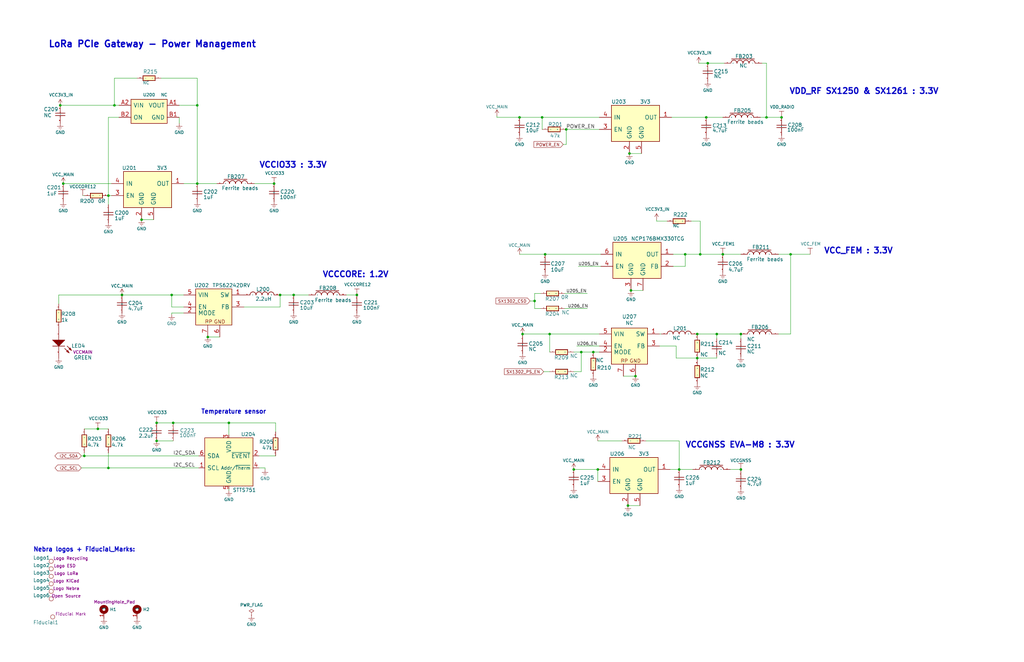
<source format=kicad_sch>
(kicad_sch (version 20230121) (generator eeschema)
  (paper "B")
  (title_block (title "LoRa PCIe Gateway Power") (date "2021-04-13") (rev "1.1") (company "Nebra Ltd") (comment 1 "Power Management Schematic Part"))
  (junction (at 66.04 178.435))
  (junction (at 245.11 148.59))
  (junction (at 83.185 44.45))
  (junction (at 333.375 107.315))
  (junction (at 250.19 148.59))
  (junction (at 294.005 151.13))
  (junction (at 288.925 107.315))
  (junction (at 295.275 107.315))
  (junction (at 66.04 186.055))
  (junction (at 73.025 178.435))
  (junction (at 302.26 140.97))
  (junction (at 297.815 49.53))
  (junction (at 266.065 122.555))
  (junction (at 83.185 77.47))
  (junction (at 286.385 198.12))
  (junction (at 45.72 82.55))
  (junction (at 238.76 54.61))
  (junction (at 241.935 198.12))
  (junction (at 252.095 198.12))
  (junction (at 225.425 127))
  (junction (at 323.215 49.53))
  (junction (at 35.56 192.405))
  (junction (at 41.275 180.975))
  (junction (at 264.795 213.36))
  (junction (at 312.42 198.12))
  (junction (at 219.075 49.53))
  (junction (at 231.775 140.97))
  (junction (at 45.72 197.485))
  (junction (at 267.97 158.75))
  (junction (at 123.825 124.46))
  (junction (at 228.6 49.53))
  (junction (at 115.57 77.47))
  (junction (at 51.435 124.46))
  (junction (at 118.11 124.46))
  (junction (at 312.42 140.97))
  (junction (at 48.26 44.45))
  (junction (at 72.39 124.46))
  (junction (at 294.005 140.97))
  (junction (at 59.69 92.71))
  (junction (at 150.495 124.46))
  (junction (at 229.87 107.315))
  (junction (at 26.67 77.47))
  (junction (at 265.43 64.77))
  (junction (at 25.4 44.45))
  (junction (at 96.52 178.435))
  (junction (at 329.565 49.53))
  (junction (at 220.345 140.97))
  (junction (at 87.63 142.24))
  (junction (at 298.45 26.67))
  (junction (at 304.8 107.315))
  (wire (pts (xy 75.565 49.53) (xy 75.565 52.07)))
  (wire (pts (xy 66.04 178.435) (xy 73.025 178.435)))
  (wire (pts (xy 252.095 203.2) (xy 252.095 198.12)))
  (wire (pts (xy 333.375 140.97) (xy 333.375 107.315)))
  (wire (pts (xy 250.19 148.59) (xy 252.73 148.59)))
  (wire (pts (xy 302.26 140.97) (xy 312.42 140.97)))
  (wire (pts (xy 231.775 148.59) (xy 231.775 140.97)))
  (wire (pts (xy 225.425 123.825) (xy 227.965 123.825)))
  (wire (pts (xy 323.215 49.53) (xy 329.565 49.53)))
  (wire (pts (xy 270.51 64.77) (xy 265.43 64.77)))
  (wire (pts (xy 72.39 132.08) (xy 72.39 132.715)))
  (wire (pts (xy 288.925 112.395) (xy 288.925 107.315)))
  (wire (pts (xy 295.275 107.315) (xy 304.8 107.315)))
  (wire (pts (xy 286.385 186.055) (xy 286.385 198.12)))
  (wire (pts (xy 238.76 54.61) (xy 252.73 54.61)))
  (wire (pts (xy 123.825 124.46) (xy 130.175 124.46)))
  (wire (pts (xy 24.765 124.46) (xy 24.765 128.27)))
  (wire (pts (xy 285.115 146.05) (xy 278.13 146.05)))
  (wire (pts (xy 276.86 93.345) (xy 276.86 92.71)))
  (wire (pts (xy 59.69 92.71) (xy 64.77 92.71)))
  (wire (pts (xy 26.67 77.47) (xy 46.99 77.47)))
  (wire (pts (xy 241.935 156.845) (xy 245.11 156.845)))
  (wire (pts (xy 209.55 49.53) (xy 209.55 48.895)))
  (wire (pts (xy 298.45 26.67) (xy 305.435 26.67)))
  (wire (pts (xy 51.435 124.46) (xy 24.765 124.46)))
  (wire (pts (xy 238.125 123.825) (xy 247.65 123.825)))
  (wire (pts (xy 241.935 148.59) (xy 245.11 148.59)))
  (wire (pts (xy 253.365 107.315) (xy 229.87 107.315)))
  (wire (pts (xy 83.185 77.47) (xy 83.185 44.45)))
  (wire (pts (xy 73.025 186.055) (xy 66.04 186.055)))
  (wire (pts (xy 75.565 44.45) (xy 83.185 44.45)))
  (wire (pts (xy 107.315 77.47) (xy 115.57 77.47)))
  (wire (pts (xy 252.73 146.05) (xy 243.205 146.05)))
  (wire (pts (xy 35.56 192.405) (xy 35.56 191.135)))
  (wire (pts (xy 231.775 156.845) (xy 229.235 156.845)))
  (wire (pts (xy 83.82 197.485) (xy 45.72 197.485)))
  (wire (pts (xy 283.845 107.315) (xy 288.925 107.315)))
  (wire (pts (xy 288.925 107.315) (xy 295.275 107.315)))
  (wire (pts (xy 281.305 93.345) (xy 276.86 93.345)))
  (wire (pts (xy 118.11 129.54) (xy 118.11 124.46)))
  (wire (pts (xy 285.115 151.13) (xy 285.115 146.05)))
  (wire (pts (xy 96.52 206.375) (xy 96.52 207.01)))
  (wire (pts (xy 96.52 178.435) (xy 96.52 183.515)))
  (wire (pts (xy 118.11 124.46) (xy 123.825 124.46)))
  (wire (pts (xy 298.45 26.67) (xy 294.64 26.67)))
  (wire (pts (xy 45.72 49.53) (xy 50.165 49.53)))
  (wire (pts (xy 91.44 77.47) (xy 83.185 77.47)))
  (wire (pts (xy 109.22 192.405) (xy 116.205 192.405)))
  (wire (pts (xy 294.005 151.13) (xy 294.005 151.765)))
  (wire (pts (xy 294.005 151.13) (xy 302.26 151.13)))
  (wire (pts (xy 245.11 156.845) (xy 245.11 148.59)))
  (wire (pts (xy 72.39 124.46) (xy 72.39 129.54)))
  (wire (pts (xy 45.72 197.485) (xy 45.72 191.135)))
  (wire (pts (xy 83.185 33.02) (xy 83.185 44.45)))
  (wire (pts (xy 57.785 33.02) (xy 48.26 33.02)))
  (wire (pts (xy 304.8 107.315) (xy 312.42 107.315)))
  (wire (pts (xy 294.005 151.13) (xy 285.115 151.13)))
  (wire (pts (xy 243.84 112.395) (xy 253.365 112.395)))
  (wire (pts (xy 262.89 158.75) (xy 267.97 158.75)))
  (wire (pts (xy 96.52 178.435) (xy 116.205 178.435)))
  (wire (pts (xy 45.72 180.975) (xy 41.275 180.975)))
  (wire (pts (xy 228.6 49.53) (xy 219.075 49.53)))
  (wire (pts (xy 48.26 33.02) (xy 48.26 44.45)))
  (wire (pts (xy 320.675 49.53) (xy 323.215 49.53)))
  (wire (pts (xy 83.82 192.405) (xy 35.56 192.405)))
  (wire (pts (xy 272.415 186.055) (xy 286.385 186.055)))
  (wire (pts (xy 328.295 107.315) (xy 333.375 107.315)))
  (wire (pts (xy 292.1 198.12) (xy 286.385 198.12)))
  (wire (pts (xy 72.39 124.46) (xy 77.47 124.46)))
  (wire (pts (xy 77.47 129.54) (xy 72.39 129.54)))
  (wire (pts (xy 51.435 124.46) (xy 72.39 124.46)))
  (wire (pts (xy 283.21 49.53) (xy 297.815 49.53)))
  (wire (pts (xy 34.29 192.405) (xy 35.56 192.405)))
  (wire (pts (xy 245.11 148.59) (xy 250.19 148.59)))
  (wire (pts (xy 67.945 33.02) (xy 83.185 33.02)))
  (wire (pts (xy 238.125 130.175) (xy 247.65 130.175)))
  (wire (pts (xy 48.26 44.45) (xy 25.4 44.45)))
  (wire (pts (xy 77.47 132.08) (xy 72.39 132.08)))
  (wire (pts (xy 283.845 112.395) (xy 288.925 112.395)))
  (wire (pts (xy 46.99 82.55) (xy 45.72 82.55)))
  (wire (pts (xy 77.47 77.47) (xy 83.185 77.47)))
  (wire (pts (xy 220.345 140.97) (xy 220.345 141.605)))
  (wire (pts (xy 116.205 178.435) (xy 116.205 182.245)))
  (wire (pts (xy 307.975 198.12) (xy 312.42 198.12)))
  (wire (pts (xy 333.375 107.315) (xy 341.63 107.315)))
  (wire (pts (xy 231.775 140.97) (xy 220.345 140.97)))
  (wire (pts (xy 223.52 127) (xy 225.425 127)))
  (wire (pts (xy 297.815 49.53) (xy 304.8 49.53)))
  (wire (pts (xy 312.42 142.875) (xy 312.42 140.97)))
  (wire (pts (xy 35.56 82.55) (xy 34.925 82.55)))
  (wire (pts (xy 228.6 54.61) (xy 228.6 49.53)))
  (wire (pts (xy 229.87 107.315) (xy 219.075 107.315)))
  (wire (pts (xy 225.425 123.825) (xy 225.425 127)))
  (wire (pts (xy 302.26 151.13) (xy 302.26 150.495)))
  (wire (pts (xy 286.385 198.12) (xy 282.575 198.12)))
  (wire (pts (xy 241.935 198.12) (xy 252.095 198.12)))
  (wire (pts (xy 252.73 49.53) (xy 228.6 49.53)))
  (wire (pts (xy 262.255 186.055) (xy 252.095 186.055)))
  (wire (pts (xy 252.73 140.97) (xy 231.775 140.97)))
  (wire (pts (xy 102.87 129.54) (xy 118.11 129.54)))
  (wire (pts (xy 219.075 49.53) (xy 209.55 49.53)))
  (wire (pts (xy 92.71 142.24) (xy 87.63 142.24)))
  (wire (pts (xy 109.22 197.485) (xy 111.76 197.485)))
  (wire (pts (xy 146.05 124.46) (xy 150.495 124.46)))
  (wire (pts (xy 73.025 178.435) (xy 96.52 178.435)))
  (wire (pts (xy 238.76 60.96) (xy 237.49 60.96)))
  (wire (pts (xy 302.26 142.875) (xy 302.26 140.97)))
  (wire (pts (xy 45.72 82.55) (xy 45.72 86.36)))
  (wire (pts (xy 111.76 197.485) (xy 111.76 198.12)))
  (wire (pts (xy 294.005 140.97) (xy 302.26 140.97)))
  (wire (pts (xy 312.42 198.12) (xy 312.42 198.755)))
  (wire (pts (xy 225.425 127) (xy 225.425 130.175)))
  (wire (pts (xy 323.215 26.67) (xy 323.215 49.53)))
  (wire (pts (xy 295.275 93.345) (xy 295.275 107.315)))
  (wire (pts (xy 50.165 44.45) (xy 48.26 44.45)))
  (wire (pts (xy 278.765 140.97) (xy 278.13 140.97)))
  (wire (pts (xy 269.875 213.36) (xy 264.795 213.36)))
  (wire (pts (xy 35.56 180.975) (xy 41.275 180.975)))
  (wire (pts (xy 45.72 82.55) (xy 45.72 49.53)))
  (wire (pts (xy 321.31 26.67) (xy 323.215 26.67)))
  (wire (pts (xy 328.295 140.97) (xy 333.375 140.97)))
  (wire (pts (xy 34.29 197.485) (xy 45.72 197.485)))
  (wire (pts (xy 271.145 122.555) (xy 266.065 122.555)))
  (wire (pts (xy 238.76 60.96) (xy 238.76 54.61)))
  (wire (pts (xy 227.965 130.175) (xy 225.425 130.175)))
  (wire (pts (xy 291.465 93.345) (xy 295.275 93.345)))
  (text "VCCGNSS EVA-M8 : 3.3V" (at 288.925 189.23 0) (effects (font (size 2.4384 2.4384) (thickness 0.4877) bold) (justify left bottom)))
  (text "VCCCORE: 1.2V" (at 135.89 117.348 0) (effects (font (size 2.4384 2.4384) (thickness 0.4877) bold) (justify left bottom)))
  (text "Temperature sensor" (at 84.709 174.879 0) (effects (font (size 1.8288 1.8288) (thickness 0.3658) bold) (justify left bottom)))
  (text "Nebra logos + Fiducial_Marks:" (at 13.97 233.045 0) (effects (font (size 1.8288 1.8288) (thickness 0.3658) bold) (justify left bottom)))
  (text "VCCIO33 : 3.3V" (at 109.22 71.12 0) (effects (font (size 2.4384 2.4384) (thickness 0.4877) bold) (justify left bottom)))
  (text "VDD_RF SX1250 & SX1261 : 3.3V" (at 332.74 40.005 0) (effects (font (size 2.4384 2.4384) (thickness 0.4877) bold) (justify left bottom)))
  (text "VCC_FEM : 3.3V" (at 347.345 107.315 0) (effects (font (size 2.4384 2.4384) (thickness 0.4877) bold) (justify left bottom)))
  (text "LoRa PCIe Gateway - Power Management" (at 20.32 20.32 0) (effects (font (size 2.7432 2.7432) (thickness 0.5486) bold) (justify left bottom)))
  (label "U205_EN" (at 243.84 112.395 0))
  (label "U206_EN" (at 243.205 146.05 0))
  (label "I2C_SDA" (at 73.025 192.405 0) (effects (font (size 1.524 1.524))))
  (label "U205_EN" (at 238.76 123.825 0))
  (label "U206_EN" (at 239.395 130.175 0))
  (label "I2C_SCL" (at 73.025 197.485 0) (effects (font (size 1.524 1.524))))
  (label "POWER_EN" (at 238.76 54.61 0) (effects (font (size 1.524 1.524))))
  (global_label "SX1302_PS_EN" (shape input) (at 229.235 156.845 180) (property "Intersheetrefs" "${INTERSHEET_REFS}" (effects hide)))
  (global_label "SX1302_CSD" (shape input) (at 223.52 127 180) (property "Intersheetrefs" "${INTERSHEET_REFS}" (effects hide)))
  (global_label "I2C_SDA" (shape bidirectional) (at 34.29 192.405 180) (property "Intersheetrefs" "${INTERSHEET_REFS}" (effects hide)))
  (global_label "I2C_SCL" (shape bidirectional) (at 34.29 197.485 180) (property "Intersheetrefs" "${INTERSHEET_REFS}" (effects hide)))
  (global_label "POWER_EN" (shape input) (at 237.49 60.96 180) (property "Intersheetrefs" "${INTERSHEET_REFS}" (effects hide)))
  (symbol (lib_id "LoRa_PCIe_GW-rescue:Resistor-") (at 228.6 54.61 0) (unit 1)
    (property "Reference" "R201" (at 231.14 53.34 0) (effects (font (size 1.524 1.524)) (justify left bottom)))
    (property "Value" "47k" (at 231.902 58.166 0) (effects (font (size 1.524 1.524)) (justify left bottom)))
    (property "Footprint" "LoRa_PCIe_GW:rlc_201_smd_small" (effects hide))
    (property "Description" "47 kOhms ±5% 0.05W, 1/20W Chip Resistor 0201  Thick Film" (effects hide))
    (property "Manufacturer" "Vishay Dale" (effects hide))
    (property "Part Number" "CRCW020147K0" (effects hide))
    (property "Price[1k]" "0.039" (effects hide))
    (property "Supplier Link" "https://www.digikey.com/en/products/detail/vishay-dale/CRCW020147K0FKED/1968131" (effects hide))
  )
  (symbol (lib_id "LoRa_PCIe_GW-rescue:Cap-") (at 297.815 49.53 270) (unit 1)
    (property "Reference" "C213" (at 300.355 53.848 90) (effects (font (size 1.524 1.524)) (justify left bottom)))
    (property "Value" "4.7uF" (at 300.355 55.88 90) (effects (font (size 1.524 1.524)) (justify left bottom)))
    (property "Footprint" "LoRa_PCIe_GW:ccer_402_smd_small" (effects hide))
    (property "Description" "4.7µF ±20% 6.3V Ceramic Capacitor X5R 0402 (1005 Metric)" (effects hide))
    (property "Manufacturer" "Murata" (effects hide))
    (property "Part Number" "GRM155R60J475ME47D" (effects hide))
    (property "Price[1k]" "0.089" (effects hide))
    (property "Supplier Link" "https://www.digikey.com/en/products/detail/murata-electronics/GRM155R60J475ME47D/3694656" (effects hide))
  )
  (symbol (lib_id "LoRa_PCIe_GW-rescue:Cap-") (at 219.075 49.53 270) (unit 1)
    (property "Reference" "C212" (at 221.615 53.594 90) (effects (font (size 1.524 1.524)) (justify left bottom)))
    (property "Value" "10uF" (at 221.615 55.88 90) (effects (font (size 1.524 1.524)) (justify left bottom)))
    (property "Footprint" "LoRa_PCIe_GW:ccer_603_smd_small" (effects hide))
    (property "Description" "10µF ±10% 16V Ceramic Capacitor X5R 0603 (1608 Metric)" (effects hide))
    (property "Manufacturer" "Murata" (effects hide))
    (property "Part Number" "GRM188R61C106KAAL" (effects hide))
    (property "Price[1k]" "0.1" (effects hide))
    (property "Supplier Link" "https://www.digikey.com/en/products/detail/murata-electronics/GRM188R61C106KAALJ/4905339" (effects hide))
  )
  (symbol (lib_id "LoRa_PCIe_GW-rescue:Resistor-") (at 24.765 128.27 270) (unit 1)
    (property "Reference" "R208" (at 25.781 133.35 90) (effects (font (size 1.524 1.524)) (justify left bottom)))
    (property "Value" "1k" (at 25.781 135.89 90) (effects (font (size 1.524 1.524)) (justify left bottom)))
    (property "Footprint" "LoRa_PCIe_GW:rlc_201_smd_small" (effects hide))
    (property "Description" "1k Ohm ±5% 0.05W, 1/20W Chip Resistor 0201 (0603 Metric) - Thick Film" (effects hide))
    (property "Manufacturer" "Vishay Dale" (effects hide))
    (property "Part Number" "CRCW02011K00JNED" (effects hide))
    (property "Price[1k]" "0.073" (effects hide))
    (property "Supplier Link" "https://www.digikey.com/en/products/detail/vishay-dale/CRCW02011K00JNED/1178450" (effects hide))
  )
  (symbol (lib_id "LoRa_PCIe_GW-rescue:LED-") (at 24.765 138.43 270) (unit 1)
    (property "Reference" "LED4" (at 30.099 146.812 90) (effects (font (size 1.524 1.524)) (justify left bottom)))
    (property "Value" "GREEN" (at 31.115 151.765 90) (effects (font (size 1.524 1.524)) (justify left bottom)))
    (property "Footprint" "LoRa_PCIe_GW:CD1005-0402" (effects hide))
    (property "Description" "Green 570nm LED Indication - Discrete 1.9V 0402 (1005 Metric)" (effects hide))
    (property "Manufacturer" "Kingbright" (effects hide))
    (property "Part Number" "APHHS1005LCGCK" (effects hide))
    (property "Price[1k]" "0.11" (effects hide))
    (property "Supplier Link" "https://www.digikey.com/en/products/detail/kingbright/APHHS1005LCGCK/7318974" (effects hide))
    (property "Label" "VCCMAIN" (at 34.925 148.59 90))
  )
  (symbol (lib_id "LoRa_PCIe_GW-rescue:Cap-") (at 304.8 107.315 270) (unit 1)
    (property "Reference" "C206" (at 307.086 112.141 90) (effects (font (size 1.524 1.524)) (justify left bottom)))
    (property "Value" "4.7uF" (at 307.086 114.681 90) (effects (font (size 1.524 1.524)) (justify left bottom)))
    (property "Footprint" "LoRa_PCIe_GW:ccer_603_smd_small" (effects hide))
    (property "Description" "4.7µF ±10% 16V Ceramic Capacitor X5R 0603 (1608 Metric)" (effects hide))
    (property "Manufacturer" "Murata" (effects hide))
    (property "Part Number" "GRM188R61C475KAAJD" (effects hide))
    (property "Price[1k]" "0.089" (effects hide))
    (property "Supplier Link" "https://www.digikey.com/en/products/detail/murata-electronics/GRM188R61C475KAAJD/5027566" (effects hide))
  )
  (symbol (lib_id "LoRa_PCIe_GW-rescue:Ferrite_beads-") (at 292.1 198.12 0) (unit 1)
    (property "Reference" "FB212" (at 296.418 196.088 0) (effects (font (size 1.524 1.524)) (justify left bottom)))
    (property "Value" "Ferrite beads" (effects hide))
    (property "Footprint" "LoRa_PCIe_GW:rlc_402_smd_small" (effects hide))
    (property "Description" "10 Ohms @ 100MHz 1 Power Line Ferrite Bead 0402 (1005 Metric) 1A 25mOhm" (effects hide))
    (property "Manufacturer" "Murata" (effects hide))
    (property "Part Number" "BLM15PG100SN1D" (effects hide))
    (property "Price[1k]" "0.027" (effects hide))
    (property "Supplier Link" "https://www.digikey.com/en/products/detail/murata-electronics/BLM15PG100SN1D/2587980" (effects hide))
  )
  (symbol (lib_id "LoRa_PCIe_GW-rescue:Resistor-") (at 35.56 191.135 90) (unit 1)
    (property "Reference" "R203" (at 36.83 186.055 90) (effects (font (size 1.524 1.524)) (justify right top)))
    (property "Value" "4.7k" (at 36.83 188.595 90) (effects (font (size 1.524 1.524)) (justify right top)))
    (property "Footprint" "LoRa_PCIe_GW:rlc_201_smd_small" (effects hide))
    (property "Description" "4.7 kOhms ±1% 0.05W, 1/20W Chip Resistor 0201 (0603 Metric)  Thick Film" (effects hide))
    (property "Manufacturer" "Vishay Dale" (effects hide))
    (property "Part Number" "CRCW02014K70FNED" (effects hide))
    (property "Price[1k]" "0.011" (effects hide))
    (property "Supplier Link" "https://www.digikey.com/en/products/detail/vishay-dale/CRCW02014K70FNED/1199881?s=N4IgTCBcDaIMICU4HUAMZUEYAsBpA7KgGIByAogCIgC6AvkA" (effects hide))
  )
  (symbol (lib_id "LoRa_PCIe_GW-rescue:Resistor-") (at 45.72 191.135 90) (unit 1)
    (property "Reference" "R206" (at 46.99 186.055 90) (effects (font (size 1.524 1.524)) (justify right top)))
    (property "Value" "4.7k" (at 46.99 188.595 90) (effects (font (size 1.524 1.524)) (justify right top)))
    (property "Footprint" "LoRa_PCIe_GW:rlc_201_smd_small" (effects hide))
    (property "Description" "4.7 kOhms ±1% 0.05W, 1/20W Chip Resistor 0201 (0603 Metric)  Thick Film" (effects hide))
    (property "Manufacturer" "Vishay Dale" (effects hide))
    (property "Part Number" "CRCW02014K70FNED" (effects hide))
    (property "Price[1k]" "0.011" (effects hide))
    (property "Supplier Link" "https://www.digikey.com/en/products/detail/vishay-dale/CRCW02014K70FNED/1199881?s=N4IgTCBcDaIMICU4HUAMZUEYAsBpA7KgGIByAogCIgC6AvkA" (effects hide))
  )
  (symbol (lib_id "LoRa_PCIe_GW-rescue:NCP176-") (at 258.445 117.475 0) (unit 1)
    (property "Reference" "U205" (at 258.445 101.6 0) (effects (font (size 1.524 1.524)) (justify left bottom)))
    (property "Value" "NCP176BMX330TCG" (at 266.065 101.6 0) (effects (font (size 1.524 1.524)) (justify left bottom)))
    (property "Footprint" "LoRa_PCIe_GW:XDFN6_1.2X1.2mm" (effects hide))
    (property "Description" "Linear Voltage Regulator IC Positive Fixed 1 Output  500mA 6-XDFN (1.2x1.2)" (effects hide))
    (property "Manufacturer" "ON Semiconductor" (effects hide))
    (property "Part Number" "NCP176AMX330TCG" (effects hide))
    (property "Price[1k]" "0.135" (effects hide))
    (property "Supplier Link" "https://www.digikey.com/en/products/detail/on-semiconductor/NCP176AMX330TCG/5761739" (effects hide))
  )
  (symbol (lib_id "LoRa_PCIe_GW-rescue:NCP114-") (at 257.81 59.69 0) (unit 1)
    (property "Reference" "U203" (at 257.81 43.815 0) (effects (font (size 1.524 1.524)) (justify left bottom)))
    (property "Value" "3V3" (at 269.875 43.815 0) (effects (font (size 1.524 1.524)) (justify left bottom)))
    (property "Footprint" "LoRa_PCIe_GW:UDFN4_1x1mm" (effects hide))
    (property "Description" "Linear Voltage Regulator IC Positive Fixed 1 Output  300mA 4-UDFN (1.0x1.0)" (effects hide))
    (property "Manufacturer" "ON Semiconductor" (effects hide))
    (property "Part Number" "NCP114AMX330TBG" (effects hide))
    (property "Price[1k]" "0.078" (effects hide))
    (property "Supplier Link" "https://www.digikey.com/en/products/detail/on-semiconductor/NCP114AMX330TBG/6166731" (effects hide))
  )
  (symbol (lib_id "LoRa_PCIe_GW-rescue:Inductor-") (at 102.87 124.46 0) (unit 1)
    (property "Reference" "L200" (at 107.95 122.936 0) (effects (font (size 1.524 1.524)) (justify left bottom)))
    (property "Value" "2.2uH" (at 107.696 127 0) (effects (font (size 1.524 1.524)) (justify left bottom)))
    (property "Footprint" "LoRa_PCIe_GW:LQM2HPN2R2MJ0L" (effects hide))
    (property "Description" "2.2µH Shielded Multilayer Inductor 1A 150mOhm Max 1008 (2520 Metric) " (effects hide))
    (property "Manufacturer" "Murata" (effects hide))
    (property "Part Number" "LQM2HPN2R2MJ0L" (effects hide))
    (property "Price[1k]" "0.14" (effects hide))
    (property "Supplier Link" "https://www.digikey.com/en/products/detail/murata-electronics/LQM2HPN2R2MJ0L/2594611" (effects hide))
  )
  (symbol (lib_id "LoRa_PCIe_GW-rescue:Cap-") (at 51.435 124.46 270) (unit 1)
    (property "Reference" "C204" (at 53.975 128.778 90) (effects (font (size 1.524 1.524)) (justify left bottom)))
    (property "Value" "4.7uF" (at 53.975 131.064 90) (effects (font (size 1.524 1.524)) (justify left bottom)))
    (property "Footprint" "LoRa_PCIe_GW:ccer_603_smd_small" (effects hide))
    (property "Description" "4.7µF ±10% 16V Ceramic Capacitor X5R 0603 (1608 Metric)" (effects hide))
    (property "Manufacturer" "Murata" (effects hide))
    (property "Part Number" "GRM188R61C475KAAJD" (effects hide))
    (property "Price[1k]" "0.089" (effects hide))
    (property "Supplier Link" "https://www.digikey.com/en/products/detail/murata-electronics/GRM188R61C475KAAJD/5027566" (effects hide))
  )
  (symbol (lib_id "LoRa_PCIe_GW-rescue:TI-TPS62242DRV6-1600X1000TP-") (at 82.55 121.92 0) (unit 1)
    (property "Reference" "U202" (at 81.915 121.285 0) (effects (font (size 1.524 1.524)) (justify left bottom)))
    (property "Value" "TPS62242DRV" (at 89.535 121.285 0) (effects (font (size 1.524 1.524)) (justify left bottom)))
    (property "Footprint" "LoRa_PCIe_GW:DRV0006A_V" (effects hide))
    (property "Description" "Buck Switching Regulator IC Positive Fixed 1.2V 1 Output 300mA 6-WDFN Exposed Pad" (effects hide))
    (property "Manufacturer" "Texas Instruments" (effects hide))
    (property "Part Number" "TPS62242DRV" (effects hide))
    (property "Price[1k]" "0.53" (effects hide))
    (property "Supplier Link" "https://www.digikey.com/en/products/detail/texas-instruments/TPS62242DRVR/1908036" (effects hide))
  )
  (symbol (lib_id "LoRa_PCIe_GW-rescue:Cap-") (at 123.825 124.46 270) (unit 1)
    (property "Reference" "C203" (at 126.365 128.524 90) (effects (font (size 1.524 1.524)) (justify left bottom)))
    (property "Value" "10uF" (at 126.365 130.81 90) (effects (font (size 1.524 1.524)) (justify left bottom)))
    (property "Footprint" "LoRa_PCIe_GW:ccer_603_smd_small" (effects hide))
    (property "Description" "10µF ±10% 16V Ceramic Capacitor X5R 0603 (1608 Metric)" (effects hide))
    (property "Manufacturer" "Murata" (effects hide))
    (property "Part Number" "GRM188R61C106KAAL" (effects hide))
    (property "Price[1k]" "0.1" (effects hide))
    (property "Supplier Link" "https://www.digikey.com/en/products/detail/murata-electronics/GRM188R61C106KAALJ/4905339" (effects hide))
  )
  (symbol (lib_id "LoRa_PCIe_GW-rescue:Cap-") (at 26.67 77.47 270) (unit 1)
    (property "Reference" "C201" (at 19.685 80.01 90) (effects (font (size 1.524 1.524)) (justify left bottom)))
    (property "Value" "1uF" (at 19.685 82.55 90) (effects (font (size 1.524 1.524)) (justify left bottom)))
    (property "Footprint" "LoRa_PCIe_GW:ccer_402_smd_small" (effects hide))
    (property "Description" "1µF ±20% 10V Ceramic Capacitor X5R 0402 (1005 Metric)" (effects hide))
    (property "Manufacturer" "Murata" (effects hide))
    (property "Part Number" "GRM153R61A105ME95D" (effects hide))
    (property "Price[1k]" "0.038" (effects hide))
    (property "Supplier Link" "https://www.digikey.com/en/products/detail/murata-electronics/GRM153R61A105ME95D/4904820" (effects hide))
  )
  (symbol (lib_id "LoRa_PCIe_GW-rescue:NCP103-") (at 52.07 87.63 0) (unit 1)
    (property "Reference" "U201" (at 51.435 71.755 0) (effects (font (size 1.524 1.524)) (justify left bottom)))
    (property "Value" "3V3" (at 66.04 71.755 0) (effects (font (size 1.524 1.524)) (justify left bottom)))
    (property "Footprint" "LoRa_PCIe_GW:UDFN4_1x1mm" (effects hide))
    (property "Description" "Linear Voltage Regulator IC Positive Fixed 1 Output  150mA 4-UDFN (1.0x1.0)" (effects hide))
    (property "Manufacturer" "ON Semiconductor" (effects hide))
    (property "Part Number" "NCP103AMX330TCG" (effects hide))
    (property "Price[1k]" "0.097" (effects hide))
    (property "Supplier Link" "https://www.digikey.com/en/products/detail/on-semiconductor/NCP103AMX330TCG/5022526" (effects hide))
  )
  (symbol (lib_id "LoRa_PCIe_GW-rescue:STTS751-") (at 86.36 205.105 0) (unit 1)
    (property "Reference" "U204" (at 101.6 184.15 0) (effects (font (size 1.524 1.524)) (justify left bottom)))
    (property "Value" "STTS751" (at 98.1202 207.6704 0) (effects (font (size 1.524 1.524)) (justify left bottom)))
    (property "Footprint" "LoRa_PCIe_GW:UDFN-6L_2X2mm" (effects hide))
    (property "Description" "Temperature Sensor Digital, Local -40°C ~ 125°C 11 b 6-UDFN (2x2)" (effects hide))
    (property "Manufacturer" "STMicroelectronics" (effects hide))
    (property "Part Number" "STTS751-0DP3F" (effects hide))
    (property "Price[1k]" "0.55" (effects hide))
    (property "Supplier Link" "https://www.digikey.com/en/products/filter/temperature-sensors-analog-and-digital-output/518" (effects hide))
  )
  (symbol (lib_id "LoRa_PCIe_GW-rescue:Cap-") (at 73.025 178.435 270) (unit 1)
    (property "Reference" "C223" (at 75.8444 182.5498 90) (effects (font (size 1.524 1.524)) (justify left bottom)))
    (property "Value" "100nF" (at 75.5904 184.5818 90) (effects (font (size 1.524 1.524)) (justify left bottom)))
    (property "Footprint" "LoRa_PCIe_GW:ccer_201_smd_small" (effects hide))
    (property "Description" "0.1µF ±10% 16V Ceramic Capacitor X7S 0201 (0603 Metric)" (effects hide))
    (property "Manufacturer" "Murata" (effects hide))
    (property "Part Number" "GRM033C71C104KE14D" (effects hide))
    (property "Price[1k]" "0.01" (effects hide))
    (property "Supplier Link" "https://www.digikey.com/en/products/detail/murata-electronics/GRM033C71C104KE14D/5027472" (effects hide))
  )
  (symbol (lib_id "LoRa_PCIe_GW-rescue:Cap-") (at 66.04 178.435 270) (unit 1)
    (property "Reference" "C222" (at 58.42 182.245 90) (effects (font (size 1.524 1.524)) (justify left bottom)))
    (property "Value" "2.2uF" (at 58.42 184.785 90) (effects (font (size 1.524 1.524)) (justify left bottom)))
    (property "Footprint" "LoRa_PCIe_GW:ccer_603_smd_small" (effects hide))
    (property "Description" "2.2µF ±10% 10V Ceramic Capacitor X7R 0603 (1608 Metric)" (effects hide))
    (property "Manufacturer" "Murata" (effects hide))
    (property "Part Number" "GRM188R71A225KE15D" (effects hide))
    (property "Price[1k]" "0.039" (effects hide))
    (property "Supplier Link" "https://www.digikey.com/en/products/detail/murata-electronics/GRM188R71A225KE15D/1033256" (effects hide))
  )
  (symbol (lib_id "LoRa_PCIe_GW-rescue:Ferrite_beads-") (at 312.42 107.315 0) (unit 1)
    (property "Reference" "FB211" (at 317.119 105.1814 0) (effects (font (size 1.524 1.524)) (justify left bottom)))
    (property "Value" "Ferrite beads" (at 314.833 110.2614 0) (effects (font (size 1.524 1.524)) (justify left bottom)))
    (property "Footprint" "LoRa_PCIe_GW:rlc_402_smd_small" (effects hide))
    (property "Description" "10 Ohms @ 100MHz 1 Power Line Ferrite Bead 0402 (1005 Metric) 1A 25mOhm" (effects hide))
    (property "Manufacturer" "Murata" (effects hide))
    (property "Part Number" "BLM15PG100SN1D" (effects hide))
    (property "Price[1k]" "0.027" (effects hide))
    (property "Supplier Link" "https://www.digikey.com/en/products/detail/murata-electronics/BLM15PG100SN1D/2587980" (effects hide))
  )
  (symbol (lib_id "LoRa_PCIe_GW-rescue:Logo-") (at 21.59 240.03 0) (unit 1)
    (property "Reference" "Logo2" (at 13.97 239.395 0) (effects (font (size 1.524 1.524)) (justify left bottom)))
    (property "Value" "NC" (effects hide))
    (property "Footprint" "LoRa_PCIe_GW:Logo_ESD" (effects hide))
    (property "Description" "Logo ESD" (at 27.305 238.76 0))
  )
  (symbol (lib_id "LoRa_PCIe_GW-rescue:Logo-") (at 21.59 236.855 0) (unit 1)
    (property "Reference" "Logo1" (at 13.97 236.22 0) (effects (font (size 1.524 1.524)) (justify left bottom)))
    (property "Value" "NC" (effects hide))
    (property "Footprint" "LoRa_PCIe_GW:Logo_Recycling" (effects hide))
    (property "Description" "Logo Recycling" (at 29.845 235.585 0))
  )
  (symbol (lib_id "LoRa_PCIe_GW-rescue:Logo-") (at 21.59 243.205 0) (unit 1)
    (property "Reference" "Logo3" (at 13.97 242.57 0) (effects (font (size 1.524 1.524)) (justify left bottom)))
    (property "Value" "NC" (effects hide))
    (property "Footprint" "LoRa_PCIe_GW:Logo_LoRa" (effects hide))
    (property "Description" "Logo LoRa" (at 27.94 241.935 0))
  )
  (symbol (lib_id "LoRa_PCIe_GW-rescue:Cap-") (at 83.185 77.47 270) (unit 1)
    (property "Reference" "C202" (at 85.725 81.788 90) (effects (font (size 1.524 1.524)) (justify left bottom)))
    (property "Value" "1uF" (at 85.725 84.074 90) (effects (font (size 1.524 1.524)) (justify left bottom)))
    (property "Footprint" "LoRa_PCIe_GW:ccer_402_smd_small" (effects hide))
    (property "Description" "1µF ±20% 10V Ceramic Capacitor X5R 0402 (1005 Metric)" (effects hide))
    (property "Manufacturer" "Murata" (effects hide))
    (property "Part Number" "GRM153R61A105ME95D" (effects hide))
    (property "Price[1k]" "0.038" (effects hide))
    (property "Supplier Link" "https://www.digikey.com/en/products/detail/murata-electronics/GRM153R61A105ME95D/4904820" (effects hide))
  )
  (symbol (lib_id "LoRa_PCIe_GW-rescue:Logo-") (at 22.225 260.35 0) (unit 1)
    (property "Reference" "Fiducial1" (at 13.97 263.525 0) (effects (font (size 1.524 1.524)) (justify left bottom)))
    (property "Value" "NC" (effects hide))
    (property "Footprint" "LoRa_PCIe_GW:fiducial_mark_signal_top" (effects hide))
    (property "Description" "Fiducial Mark" (at 29.845 259.08 0))
  )
  (symbol (lib_id "LoRa_PCIe_GW-rescue:Ferrite_beads-") (at 91.44 77.47 0) (unit 1)
    (property "Reference" "FB207" (at 95.758 75.438 0) (effects (font (size 1.524 1.524)) (justify left bottom)))
    (property "Value" "Ferrite beads" (at 93.472 80.264 0) (effects (font (size 1.524 1.524)) (justify left bottom)))
    (property "Footprint" "LoRa_PCIe_GW:rlc_402_smd_small" (effects hide))
    (property "Description" "10 Ohms @ 100MHz 1 Power Line Ferrite Bead 0402 (1005 Metric) 1A 25mOhm" (effects hide))
    (property "Manufacturer" "Murata" (effects hide))
    (property "Part Number" "BLM15PG100SN1D" (effects hide))
    (property "Price[1k]" "0.027" (effects hide))
    (property "Supplier Link" "https://www.digikey.com/en/products/detail/murata-electronics/BLM15PG100SN1D/2587980" (effects hide))
  )
  (symbol (lib_id "LoRa_PCIe_GW-rescue:Ferrite_beads-") (at 130.175 124.46 0) (unit 1)
    (property "Reference" "FB208" (at 134.493 122.428 0) (effects (font (size 1.524 1.524)) (justify left bottom)))
    (property "Value" "Ferrite beads" (at 132.715 127.508 0) (effects (font (size 1.524 1.524)) (justify left bottom)))
    (property "Footprint" "LoRa_PCIe_GW:rlc_402_smd_small" (effects hide))
    (property "Description" "10 Ohms @ 100MHz 1 Power Line Ferrite Bead 0402 (1005 Metric) 1A 25mOhm" (effects hide))
    (property "Manufacturer" "Murata" (effects hide))
    (property "Part Number" "BLM15PG100SN1D" (effects hide))
    (property "Price[1k]" "0.027" (effects hide))
    (property "Supplier Link" "https://www.digikey.com/en/products/detail/murata-electronics/BLM15PG100SN1D/2587980" (effects hide))
  )
  (symbol (lib_id "LoRa_PCIe_GW-rescue:Cap-") (at 115.57 85.09 90) (unit 1)
    (property "Reference" "C220" (at 118.11 81.788 90) (effects (font (size 1.524 1.524)) (justify right top)))
    (property "Value" "100nF" (at 117.856 84.074 90) (effects (font (size 1.524 1.524)) (justify right top)))
    (property "Footprint" "LoRa_PCIe_GW:ccer_402_smd_small" (effects hide))
    (property "Description" "Multilayer ceramic capacitors X7R ±10%, 16V" (effects hide))
    (property "Manufacturer" "Murata" (effects hide))
    (property "Part Number" "GMD155R71C104KA11" (effects hide))
    (property "Price[1k]" "0.01" (effects hide))
    (property "Supplier Link" "https://www.digikey.com/en/products/detail/murata-electronics/GMD155R71C104KA11D/10696609" (effects hide))
  )
  (symbol (lib_id "LoRa_PCIe_GW-rescue:Cap-") (at 150.495 132.08 90) (unit 1)
    (property "Reference" "C221" (at 153.289 128.524 90) (effects (font (size 1.524 1.524)) (justify right top)))
    (property "Value" "100nF" (at 153.035 130.81 90) (effects (font (size 1.524 1.524)) (justify right top)))
    (property "Footprint" "LoRa_PCIe_GW:ccer_402_smd_small" (effects hide))
    (property "Description" "Multilayer ceramic capacitors X7R ±10%, 16V" (effects hide))
    (property "Manufacturer" "Murata" (effects hide))
    (property "Part Number" "GMD155R71C104KA11" (effects hide))
    (property "Price[1k]" "0.01" (effects hide))
    (property "Supplier Link" "https://www.digikey.com/en/products/detail/murata-electronics/GMD155R71C104KA11D/10696609" (effects hide))
  )
  (symbol (lib_id "LoRa_PCIe_GW-rescue:Cap-") (at 329.565 57.15 90) (unit 1)
    (property "Reference" "C208" (at 332.105 53.594 90) (effects (font (size 1.524 1.524)) (justify right top)))
    (property "Value" "100nF" (at 331.851 55.626 90) (effects (font (size 1.524 1.524)) (justify right top)))
    (property "Footprint" "LoRa_PCIe_GW:ccer_402_smd_small" (effects hide))
    (property "Description" "Multilayer ceramic capacitors X7R ±10%, 16V" (effects hide))
    (property "Manufacturer" "Murata" (effects hide))
    (property "Part Number" "GMD155R71C104KA11" (effects hide))
    (property "Price[1k]" "0.01" (effects hide))
    (property "Supplier Link" "https://www.digikey.com/en/products/detail/murata-electronics/GMD155R71C104KA11D/10696609" (effects hide))
  )
  (symbol (lib_id "LoRa_PCIe_GW-rescue:Ferrite_beads-") (at 304.8 49.53 0) (unit 1)
    (property "Reference" "FB205" (at 309.372 47.498 0) (effects (font (size 1.524 1.524)) (justify left bottom)))
    (property "Value" "Ferrite beads" (at 306.578 52.324 0) (effects (font (size 1.524 1.524)) (justify left bottom)))
    (property "Footprint" "LoRa_PCIe_GW:rlc_402_smd_small" (effects hide))
    (property "Description" "10 Ohms @ 100MHz 1 Power Line Ferrite Bead 0402 (1005 Metric) 1A 25mOhm" (effects hide))
    (property "Manufacturer" "Murata" (effects hide))
    (property "Part Number" "BLM15PG100SN1D" (effects hide))
    (property "Price[1k]" "0.027" (effects hide))
    (property "Supplier Link" "https://www.digikey.com/en/products/detail/murata-electronics/BLM15PG100SN1D/2587980" (effects hide))
  )
  (symbol (lib_id "LoRa_PCIe_GW-rescue:Cap-") (at 229.87 107.315 270) (unit 1)
    (property "Reference" "C207" (at 232.156 112.141 90) (effects (font (size 1.524 1.524)) (justify left bottom)))
    (property "Value" "10uF" (at 232.156 114.681 90) (effects (font (size 1.524 1.524)) (justify left bottom)))
    (property "Footprint" "LoRa_PCIe_GW:ccer_603_smd_small" (effects hide))
    (property "Description" "10µF ±10% 16V Ceramic Capacitor X5R 0603 (1608 Metric)" (effects hide))
    (property "Manufacturer" "Murata" (effects hide))
    (property "Part Number" "GRM188R61C106KAAL" (effects hide))
    (property "Price[1k]" "0.1" (effects hide))
    (property "Supplier Link" "https://www.digikey.com/en/products/detail/murata-electronics/GRM188R61C106KAALJ/4905339" (effects hide))
  )
  (symbol (lib_id "LoRa_PCIe_GW-rescue:Logo-") (at 21.59 246.38 0) (unit 1)
    (property "Reference" "Logo4" (at 13.97 245.745 0) (effects (font (size 1.524 1.524)) (justify left bottom)))
    (property "Value" "NC" (effects hide))
    (property "Footprint" "LoRa_PCIe_GW:Logo_KiCad" (effects hide))
    (property "Description" "Logo KiCad" (at 27.94 245.11 0))
  )
  (symbol (lib_id "LoRa_PCIe_GW-rescue:Logo-") (at 21.59 249.555 0) (unit 1)
    (property "Reference" "Logo5" (at 13.97 248.92 0) (effects (font (size 1.524 1.524)) (justify left bottom)))
    (property "Value" "NC" (effects hide))
    (property "Footprint" "LoRa_PCIe_GW:nebra" (effects hide))
    (property "Description" "Logo Nebra" (at 27.94 248.285 0))
  )
  (symbol (lib_id "LoRa_PCIe_GW-rescue:Logo-") (at 21.59 252.73 0) (unit 1)
    (property "Reference" "Logo6" (at 13.97 252.095 0) (effects (font (size 1.524 1.524)) (justify left bottom)))
    (property "Value" "NC" (effects hide))
    (property "Footprint" "LoRa_PCIe_GW:open_source" (effects hide))
    (property "Description" "Open Source" (at 27.94 251.46 0))
  )
  (symbol (lib_id "LoRa_PCIe_GW-rescue:VCC_MAIN") (at 252.095 186.055 0) (unit 1)
    (property "Reference" "#PWR0277" (effects hide))
    (property "Value" "VCC_MAIN" (at 252.095 182.245 0))
  )
  (symbol (lib_id "LoRa_PCIe_GW-rescue:VCCGNSS") (at 312.42 198.12 0) (unit 1)
    (property "Reference" "#PWR?" (effects hide))
    (property "Value" "VCCGNSS" (at 312.42 194.31 0))
    (instances (project "LoRa_PCIe_GW" (path "" (reference "#PWR?") (unit 1)) (path "" (reference "#PWR?") (unit 1)) (path "" (reference "#PWR0141") (unit 1))))
  )
  (symbol (lib_id "LoRa_PCIe_GW-rescue:NCP114-") (at 257.175 208.28 0) (unit 1)
    (property "Reference" "U206" (at 257.175 192.405 0) (effects (font (size 1.524 1.524)) (justify left bottom)))
    (property "Value" "3V3" (at 269.24 192.405 0) (effects (font (size 1.524 1.524)) (justify left bottom)))
    (property "Footprint" "LoRa_PCIe_GW:UDFN4_1x1mm" (effects hide))
    (property "Description" "Linear Voltage Regulator IC Positive Fixed 1 Output  300mA 4-UDFN (1.0x1.0)" (effects hide))
    (property "Manufacturer" "ON Semiconductor" (effects hide))
    (property "Part Number" "NCP114AMX330TBG" (effects hide))
    (property "Price[1k]" "0.078" (effects hide))
    (property "Supplier Link" "https://www.digikey.com/en/products/detail/on-semiconductor/NCP114AMX330TBG/6166731" (effects hide))
  )
  (symbol (lib_id "LoRa_PCIe_GW-rescue:Resistor-") (at 67.945 33.02 180) (unit 1)
    (property "Reference" "R215" (at 60.325 31.115 0) (effects (font (size 1.524 1.524)) (justify right top)))
    (property "Value" "NC" (at 61.595 34.925 0))
    (property "Footprint" "LoRa_PCIe_GW:rlc_402_smd_small" (effects hide))
    (property "Description" "CRCW04020000ZSTD" (effects hide))
    (property "Manufacturer" "Vishay Dale" (effects hide))
    (property "Part Number" "CRCW04020000ZSTD" (effects hide))
    (property "Price[1k]" "0.014" (effects hide))
    (property "Supplier Link" "https://www.digikey.com/en/products/detail/vishay-dale/CRCW04020000ZSTD/1226552" (effects hide))
  )
  (symbol (lib_id "LoRa_PCIe_GW-rescue:Resistor-") (at 291.465 93.345 180) (unit 1)
    (property "Reference" "R222" (at 283.845 91.44 0) (effects (font (size 1.524 1.524)) (justify right top)))
    (property "Value" "NC" (at 285.115 95.25 0))
    (property "Footprint" "LoRa_PCIe_GW:rlc_402_smd_small" (effects hide))
    (property "Description" "CRCW04020000ZSTD" (effects hide))
    (property "Manufacturer" "Vishay Dale" (effects hide))
    (property "Part Number" "CRCW04020000ZSTD" (effects hide))
    (property "Price[1k]" "0.014" (effects hide))
    (property "Supplier Link" "https://www.digikey.com/en/products/detail/vishay-dale/CRCW04020000ZSTD/1226552" (effects hide))
  )
  (symbol (lib_id "LoRa_PCIe_GW-rescue:VCC_MAIN") (at 26.67 77.47 0) (unit 1)
    (property "Reference" "#PWR0165" (effects hide))
    (property "Value" "VCC_MAIN" (at 26.67 73.66 0))
  )
  (symbol (lib_id "LoRa_PCIe_GW-rescue:GND") (at 26.67 85.09 0) (unit 1)
    (property "Reference" "#PWR0166" (effects hide))
    (property "Value" "GND" (at 26.67 88.9 0))
  )
  (symbol (lib_id "LoRa_PCIe_GW-rescue:GND") (at 59.69 92.71 0) (unit 1)
    (property "Reference" "#PWR0167" (effects hide))
    (property "Value" "GND" (at 59.69 96.52 0))
  )
  (symbol (lib_id "LoRa_PCIe_GW-rescue:GND") (at 83.185 85.09 0) (unit 1)
    (property "Reference" "#PWR0168" (effects hide))
    (property "Value" "GND" (at 83.185 88.9 0))
  )
  (symbol (lib_id "LoRa_PCIe_GW-rescue:VCCIO33") (at 115.57 77.47 0) (unit 1)
    (property "Reference" "#PWR0169" (effects hide))
    (property "Value" "VCCIO33" (at 115.824 73.0758 0))
  )
  (symbol (lib_id "LoRa_PCIe_GW-rescue:GND") (at 115.57 85.09 0) (unit 1)
    (property "Reference" "#PWR0170" (effects hide))
    (property "Value" "GND" (at 115.57 88.9 0))
  )
  (symbol (lib_id "LoRa_PCIe_GW-rescue:GND") (at 24.765 151.13 0) (unit 1)
    (property "Reference" "#PWR0173" (effects hide))
    (property "Value" "GND" (at 24.765 154.94 0))
  )
  (symbol (lib_id "LoRa_PCIe_GW-rescue:GND") (at 51.435 132.08 0) (unit 1)
    (property "Reference" "#PWR0174" (effects hide))
    (property "Value" "GND" (at 51.435 135.89 0))
  )
  (symbol (lib_id "LoRa_PCIe_GW-rescue:GND") (at 72.39 132.715 0) (unit 1)
    (property "Reference" "#PWR0175" (effects hide))
    (property "Value" "GND" (at 72.39 136.525 0))
  )
  (symbol (lib_id "LoRa_PCIe_GW-rescue:GND") (at 87.63 142.24 0) (unit 1)
    (property "Reference" "#PWR0176" (effects hide))
    (property "Value" "GND" (at 87.63 146.05 0))
  )
  (symbol (lib_id "LoRa_PCIe_GW-rescue:GND") (at 123.825 132.08 0) (unit 1)
    (property "Reference" "#PWR0177" (effects hide))
    (property "Value" "GND" (at 123.825 135.89 0))
  )
  (symbol (lib_id "LoRa_PCIe_GW-rescue:GND") (at 150.495 132.08 0) (unit 1)
    (property "Reference" "#PWR0178" (effects hide))
    (property "Value" "GND" (at 150.495 135.89 0))
  )
  (symbol (lib_id "LoRa_PCIe_GW-rescue:VCC_MAIN") (at 51.435 124.46 0) (unit 1)
    (property "Reference" "#PWR0179" (effects hide))
    (property "Value" "VCC_MAIN" (at 51.435 120.65 0))
  )
  (symbol (lib_id "LoRa_PCIe_GW-rescue:VCCCORE12") (at 150.495 124.46 0) (unit 1)
    (property "Reference" "#PWR0180" (effects hide))
    (property "Value" "VCCCORE12" (at 150.749 120.0658 0))
  )
  (symbol (lib_id "LoRa_PCIe_GW-rescue:VCC_MAIN") (at 209.55 48.895 0) (unit 1)
    (property "Reference" "#PWR0182" (effects hide))
    (property "Value" "VCC_MAIN" (at 209.55 45.085 0))
  )
  (symbol (lib_id "LoRa_PCIe_GW-rescue:GND") (at 219.075 57.15 0) (unit 1)
    (property "Reference" "#PWR0183" (effects hide))
    (property "Value" "GND" (at 219.075 60.96 0))
  )
  (symbol (lib_id "LoRa_PCIe_GW-rescue:GND") (at 265.43 64.77 0) (unit 1)
    (property "Reference" "#PWR0184" (effects hide))
    (property "Value" "GND" (at 265.43 68.58 0))
  )
  (symbol (lib_id "LoRa_PCIe_GW-rescue:GND") (at 297.815 57.15 0) (unit 1)
    (property "Reference" "#PWR0185" (effects hide))
    (property "Value" "GND" (at 297.815 60.96 0))
  )
  (symbol (lib_id "LoRa_PCIe_GW-rescue:GND") (at 329.565 57.15 0) (unit 1)
    (property "Reference" "#PWR0186" (effects hide))
    (property "Value" "GND" (at 329.565 60.96 0))
  )
  (symbol (lib_id "LoRa_PCIe_GW-rescue:VDD_RADIO") (at 329.565 49.53 0) (unit 1)
    (property "Reference" "#PWR0187" (effects hide))
    (property "Value" "VDD_RADIO" (at 329.819 45.1358 0))
  )
  (symbol (lib_id "LoRa_PCIe_GW-rescue:GND") (at 229.87 114.935 0) (unit 1)
    (property "Reference" "#PWR0188" (effects hide))
    (property "Value" "GND" (at 229.87 118.745 0))
  )
  (symbol (lib_id "LoRa_PCIe_GW-rescue:GND") (at 266.065 122.555 0) (unit 1)
    (property "Reference" "#PWR0189" (effects hide))
    (property "Value" "GND" (at 266.065 126.365 0))
  )
  (symbol (lib_id "LoRa_PCIe_GW-rescue:GND") (at 304.8 114.935 0) (unit 1)
    (property "Reference" "#PWR0190" (effects hide))
    (property "Value" "GND" (at 304.8 118.745 0))
  )
  (symbol (lib_id "LoRa_PCIe_GW-rescue:VCC_MAIN") (at 219.075 107.315 0) (unit 1)
    (property "Reference" "#PWR0191" (effects hide))
    (property "Value" "VCC_MAIN" (at 219.075 103.505 0))
  )
  (symbol (lib_id "LoRa_PCIe_GW-rescue:VCC_FEM1") (at 304.8 107.315 0) (unit 1)
    (property "Reference" "#PWR0192" (effects hide))
    (property "Value" "VCC_FEM1" (at 305.054 102.9208 0))
  )
  (symbol (lib_id "LoRa_PCIe_GW-rescue:VCC_FEM") (at 341.63 107.315 0) (unit 1)
    (property "Reference" "#PWR0193" (effects hide))
    (property "Value" "VCC_FEM" (at 341.884 102.9208 0))
  )
  (symbol (lib_id "LoRa_PCIe_GW-rescue:GND") (at 111.76 198.12 0) (unit 1)
    (property "Reference" "#PWR0194" (effects hide))
    (property "Value" "GND" (at 111.76 201.93 0))
  )
  (symbol (lib_id "LoRa_PCIe_GW-rescue:GND") (at 96.52 207.01 0) (unit 1)
    (property "Reference" "#PWR0195" (effects hide))
    (property "Value" "GND" (at 96.52 210.82 0))
  )
  (symbol (lib_id "LoRa_PCIe_GW-rescue:GND") (at 66.04 186.055 0) (unit 1)
    (property "Reference" "#PWR0196" (effects hide))
    (property "Value" "GND" (at 66.04 189.865 0))
  )
  (symbol (lib_id "LoRa_PCIe_GW-rescue:VCCIO33") (at 66.04 178.435 0) (unit 1)
    (property "Reference" "#PWR0197" (effects hide))
    (property "Value" "VCCIO33" (at 66.294 174.0408 0))
  )
  (symbol (lib_id "LoRa_PCIe_GW-rescue:VCCIO33") (at 41.275 180.975 0) (unit 1)
    (property "Reference" "#PWR0198" (effects hide))
    (property "Value" "VCCIO33" (at 41.529 176.5808 0))
  )
  (symbol (lib_id "LoRa_PCIe_GW-rescue:TPS22908") (at 55.245 41.91 0) (unit 1)
    (property "Reference" "U200" (at 62.865 40.005 0))
    (property "Value" "NC" (at 69.215 40.005 0))
    (property "Footprint" "LoRa_PCIe_GW:DSBGA-4" (effects hide))
    (property "Datasheet" "https://www.ti.com/lit/ds/symlink/tps22908.pdf?HQS=dis-dk-null-digikeymode-dsf-pf-null-wwe&ts=1617801788421" (effects hide))
    (property "Description" "Power Switch/Driver 1:1 P-Channel 1A 4-DSBGA (0.9x0.9)" (effects hide))
    (property "Manufacturer" "Texas Instruments" (effects hide))
    (property "Part Number" "TPS22908" (effects hide))
    (property "Price[1k]" "0.28" (effects hide))
    (property "Supplier Link" "https://www.digikey.com/en/products/detail/texas-instruments/TPS22908YZTT/3588754" (effects hide))
  )
  (symbol (lib_id "LoRa_PCIe_GW-rescue:VCC3V3_IN") (at 25.4 44.45 0) (unit 1)
    (property "Reference" "#PWR03" (effects hide))
    (property "Value" "VCC3V3_IN" (at 25.781 40.0558 0))
  )
  (symbol (lib_id "LoRa_PCIe_GW-rescue:GND") (at 75.565 52.07 0) (unit 1)
    (property "Reference" "#PWR012" (effects hide))
    (property "Value" "GND" (at 75.565 55.88 0))
  )
  (symbol (lib_id "LoRa_PCIe_GW-rescue:Cap-") (at 45.72 86.36 270) (unit 1)
    (property "Reference" "C200" (at 48.26 90.678 90) (effects (font (size 1.524 1.524)) (justify left bottom)))
    (property "Value" "1uF" (at 48.26 92.964 90) (effects (font (size 1.524 1.524)) (justify left bottom)))
    (property "Footprint" "LoRa_PCIe_GW:ccer_402_smd_small" (effects hide))
    (property "Description" "1µF ±20% 10V Ceramic Capacitor X5R 0402 (1005 Metric)" (effects hide))
    (property "Manufacturer" "Murata" (effects hide))
    (property "Part Number" "GRM153R61A105ME95D" (effects hide))
    (property "Price[1k]" "0.038" (effects hide))
    (property "Supplier Link" "https://www.digikey.com/en/products/detail/murata-electronics/GRM153R61A105ME95D/4904820" (effects hide))
  )
  (symbol (lib_id "LoRa_PCIe_GW-rescue:GND") (at 45.72 93.98 0) (unit 1)
    (property "Reference" "#PWR011" (effects hide))
    (property "Value" "GND" (at 45.72 97.79 0))
  )
  (symbol (lib_id "LoRa_PCIe_GW-rescue:Resistor-") (at 35.56 82.55 0) (unit 1)
    (property "Reference" "R200" (at 33.655 85.725 0) (effects (font (size 1.524 1.524)) (justify left bottom)))
    (property "Value" "0R" (at 41.275 85.725 0) (effects (font (size 1.524 1.524)) (justify left bottom)))
    (property "Footprint" "LoRa_PCIe_GW:rlc_201_smd_small" (effects hide))
    (property "Description" "0 Ohms Jumper 0.05W, 1/20W Chip Resistor 0201 (0603 Metric)  Thick Film" (effects hide))
    (property "Manufacturer" "Vishay Dale" (effects hide))
    (property "Part Number" "CRCW02010000Z0ED" (effects hide))
    (property "Price[1k]" "0.006" (effects hide))
    (property "Supplier Link" "https://www.digikey.com/en/products/detail/vishay-dale/CRCW02010000Z0ED/1178434?s=N4IgTCBcDaIMICU4HUAMZUEZU9QLVQFEAREAXQF8g" (effects hide))
    (instances (project "LoRa_PCIe_GW" (path "" (reference "R200") (unit 1)) (path "" (reference "R?") (unit 1))))
  )
  (symbol (lib_id "LoRa_PCIe_GW-rescue:VCCCORE12") (at 34.925 82.55 0) (unit 1)
    (property "Reference" "#PWR09" (effects hide))
    (property "Value" "VCCCORE12" (at 34.925 78.74 0))
  )
  (symbol (lib_id "LoRa_PCIe_GW-rescue:Ferrite_beads-") (at 305.435 26.67 0) (unit 1)
    (property "Reference" "FB203" (at 310.007 24.638 0) (effects (font (size 1.524 1.524)) (justify left bottom)))
    (property "Value" "NC" (at 311.785 28.575 0) (effects (font (size 1.524 1.524)) (justify left bottom)))
    (property "Footprint" "LoRa_PCIe_GW:rlc_402_smd_small" (effects hide))
    (property "Description" "10 Ohms @ 100MHz 1 Power Line Ferrite Bead 0402 (1005 Metric) 1A 25mOhm" (effects hide))
    (property "Manufacturer" "Murata" (effects hide))
    (property "Part Number" "BLM15PG100SN1D" (effects hide))
    (property "Price[1k]" "0.027" (effects hide))
    (property "Supplier Link" "https://www.digikey.com/en/products/detail/murata-electronics/BLM15PG100SN1D/2587980" (effects hide))
  )
  (symbol (lib_id "LoRa_PCIe_GW-rescue:Cap-") (at 298.45 26.67 270) (unit 1)
    (property "Reference" "C215" (at 300.99 30.988 90) (effects (font (size 1.524 1.524)) (justify left bottom)))
    (property "Value" "NC" (at 300.99 33.02 90) (effects (font (size 1.524 1.524)) (justify left bottom)))
    (property "Footprint" "LoRa_PCIe_GW:ccer_402_smd_small" (effects hide))
    (property "Description" "4.7µF ±20% 6.3V Ceramic Capacitor X5R 0402 (1005 Metric)" (effects hide))
    (property "Manufacturer" "Murata" (effects hide))
    (property "Part Number" "GRM155R60J475ME47D" (effects hide))
    (property "Price[1k]" "0.089" (effects hide))
    (property "Supplier Link" "https://www.digikey.com/en/products/detail/murata-electronics/GRM155R60J475ME47D/3694656" (effects hide))
  )
  (symbol (lib_id "LoRa_PCIe_GW-rescue:GND") (at 298.45 34.29 0) (unit 1)
    (property "Reference" "#PWR0286" (effects hide))
    (property "Value" "GND" (at 298.45 38.1 0))
  )
  (symbol (lib_id "LoRa_PCIe_GW-rescue:VCC3V3_IN") (at 294.64 26.67 0) (unit 1)
    (property "Reference" "#PWR0285" (effects hide))
    (property "Value" "VCC3V3_IN" (at 295.021 22.2758 0))
  )
  (symbol (lib_id "LoRa_PCIe_GW-rescue:TI-TPS62242DRV6-1600X1000TP-") (at 257.81 138.43 0) (unit 1)
    (property "Reference" "U207" (at 265.43 133.6294 0) (effects (font (size 1.524 1.524))))
    (property "Value" "NC" (at 265.43 136.3218 0) (effects (font (size 1.524 1.524))))
    (property "Footprint" "LoRa_PCIe_GW:DRV0006A_V" (effects hide))
    (property "Datasheet" "https://www.ti.com/general/docs/suppproductinfo.tsp?distId=10&gotoUrl=http%3A%2F%2Fwww.ti.com%2Flit%2Fgpn%2Ftps62263" (effects hide))
    (property "Description" "Buck Switching Regulator IC Positive Adjustable 0.6V 1 Output 600mA 6-WDFN" (effects hide))
    (property "Manufacturer" "Texas Instruments" (effects hide))
    (property "Part Number" "TPS62260DRVR" (effects hide))
    (property "Price[1k]" "0.74" (effects hide))
    (property "Supplier Link" "https://www.digikey.com/en/products/detail/texas-instruments/TPS62260DRVR/1908045" (effects hide))
  )
  (symbol (lib_id "LoRa_PCIe_GW-rescue:GND") (at 267.97 158.75 0) (unit 1)
    (property "Reference" "#PWR0284" (effects hide))
    (property "Value" "GND" (at 267.97 162.56 0))
  )
  (symbol (lib_id "LoRa_PCIe_GW-rescue:Ferrite_beads-") (at 312.42 140.97 0) (unit 1)
    (property "Reference" "FB206" (at 316.738 138.938 0) (effects (font (size 1.524 1.524)) (justify left bottom)))
    (property "Value" "NC" (at 314.96 144.018 0) (effects (font (size 1.524 1.524)) (justify left bottom)))
    (property "Footprint" "LoRa_PCIe_GW:rlc_402_smd_small" (effects hide))
    (property "Description" "10 Ohms @ 100MHz 1 Power Line Ferrite Bead 0402 (1005 Metric) 1A 25mOhm" (effects hide))
    (property "Manufacturer" "Murata" (effects hide))
    (property "Part Number" "BLM15PG100SN1D" (effects hide))
    (property "Price[1k]" "0.027" (effects hide))
    (property "Supplier Link" "https://www.digikey.com/en/products/detail/murata-electronics/BLM15PG100SN1D/2587980" (effects hide))
  )
  (symbol (lib_id "LoRa_PCIe_GW-rescue:Cap-") (at 312.42 142.875 270) (unit 1)
    (property "Reference" "C211" (at 314.96 146.939 90) (effects (font (size 1.524 1.524)) (justify left bottom)))
    (property "Value" "NC" (at 314.96 149.225 90) (effects (font (size 1.524 1.524)) (justify left bottom)))
    (property "Footprint" "LoRa_PCIe_GW:ccer_603_smd_small" (effects hide))
    (property "Description" "10µF ±10% 16V Ceramic Capacitor X5R 0603 (1608 Metric)" (effects hide))
    (property "Manufacturer" "Murata" (effects hide))
    (property "Part Number" "GRM188R61C106KAAL" (effects hide))
    (property "Price[1k]" "0.1" (effects hide))
    (property "Supplier Link" "https://www.digikey.com/en/products/detail/murata-electronics/GRM188R61C106KAALJ/4905339" (effects hide))
  )
  (symbol (lib_id "LoRa_PCIe_GW-rescue:Inductor-") (at 278.765 140.97 0) (unit 1)
    (property "Reference" "L201" (at 283.845 139.446 0) (effects (font (size 1.524 1.524)) (justify left bottom)))
    (property "Value" "NC" (at 283.591 143.51 0) (effects (font (size 1.524 1.524)) (justify left bottom)))
    (property "Footprint" "LoRa_PCIe_GW:LQM2HPN2R2MJ0L" (effects hide))
    (property "Description" "2.2µH Shielded Multilayer Inductor 1A 150mOhm Max 1008 (2520 Metric) " (effects hide))
    (property "Manufacturer" "Murata" (effects hide))
    (property "Part Number" "LQM2HPN2R2MJ0L" (effects hide))
    (property "Price[1k]" "0.14" (effects hide))
    (property "Supplier Link" "https://www.digikey.com/en/products/detail/murata-electronics/LQM2HPN2R2MJ0L/2594611" (effects hide))
  )
  (symbol (lib_id "LoRa_PCIe_GW-rescue:GND") (at 312.42 150.495 0) (unit 1)
    (property "Reference" "#PWR0283" (effects hide))
    (property "Value" "GND" (at 312.42 154.305 0))
  )
  (symbol (lib_id "LoRa_PCIe_GW-rescue:Resistor-") (at 294.005 151.13 90) (unit 1)
    (property "Reference" "R211" (at 295.275 146.05 90) (effects (font (size 1.524 1.524)) (justify right top)))
    (property "Value" "NC" (at 295.275 150.495 90) (effects (font (size 1.524 1.524)) (justify right top)))
    (property "Footprint" "LoRa_PCIe_GW:rlc_201_smd_small" (effects hide))
    (property "Description" "806K ±1% 0.05W, 1/20W Chip Resistor 0201 (0603 Metric) - Thick Film" (effects hide))
    (property "Manufacturer" "Vishay Dale" (effects hide))
    (property "Part Number" "CRCW0201806KFNED" (effects hide))
    (property "Price[1k]" "0.011" (effects hide))
    (property "Supplier Link" "https://www.digikey.com/en/products/detail/vishay-dale/CRCW0201806KFNED/1200116" (effects hide))
  )
  (symbol (lib_id "LoRa_PCIe_GW-rescue:Resistor-") (at 294.005 161.925 90) (unit 1)
    (property "Reference" "R212" (at 295.275 156.845 90) (effects (font (size 1.524 1.524)) (justify right top)))
    (property "Value" "NC" (at 295.275 159.385 90) (effects (font (size 1.524 1.524)) (justify right top)))
    (property "Footprint" "LoRa_PCIe_GW:rlc_201_smd_small" (effects hide))
    (property "Description" "187K OHM 1% 1/20W 0201" (effects hide))
    (property "Manufacturer" "Vishay Dale" (effects hide))
    (property "Part Number" "CRCW0201187KFNED" (effects hide))
    (property "Price[1k]" "0.011" (effects hide))
    (property "Supplier Link" "https://www.digikey.com/en/products/detail/vishay-dale/CRCW0201187KFNED/1200045" (effects hide))
  )
  (symbol (lib_id "LoRa_PCIe_GW-rescue:GND") (at 294.005 161.925 0) (unit 1)
    (property "Reference" "#PWR0282" (effects hide))
    (property "Value" "GND" (at 294.005 165.735 0))
  )
  (symbol (lib_id "LoRa_PCIe_GW-rescue:Cap-") (at 302.26 150.495 90) (unit 1)
    (property "Reference" "C214" (at 302.895 145.415 90) (effects (font (size 1.524 1.524)) (justify right top)))
    (property "Value" "NC" (at 302.895 149.86 90) (effects (font (size 1.524 1.524)) (justify right top)))
    (property "Footprint" "LoRa_PCIe_GW:ccer_201_smd_small" (effects hide))
    (property "Description" "22PF ±1% 50V Ceramic Capacitor C0G, NP0 0201 (0603 Metric)" (effects hide))
    (property "Manufacturer" "Murata" (effects hide))
    (property "Part Number" "GRM0335C1H220FA01D" (effects hide))
    (property "Price[1k]" "0.01" (effects hide))
    (property "Supplier Link" "https://www.digikey.com/en/products/detail/murata-electronics/GRM0335C1H220FA01D/11618542" (effects hide))
  )
  (symbol (lib_id "LoRa_PCIe_GW-rescue:Resistor-") (at 231.775 148.59 0) (unit 1)
    (property "Reference" "R209" (at 233.68 151.765 0) (effects (font (size 1.524 1.524)) (justify left bottom)))
    (property "Value" "NC" (at 240.3348 151.0538 0) (effects (font (size 1.524 1.524)) (justify left bottom)))
    (property "Footprint" "LoRa_PCIe_GW:rlc_201_smd_small" (effects hide))
    (property "Description" "0 Ohms Jumper 0.05W, 1/20W Chip Resistor 0201 (0603 Metric)  Thick Film" (effects hide))
    (property "Manufacturer" "Vishay Dale" (effects hide))
    (property "Part Number" "CRCW02010000Z0ED" (effects hide))
    (property "Price[1k]" "0.006" (effects hide))
    (property "Supplier Link" "https://www.digikey.com/en/products/detail/vishay-dale/CRCW02010000Z0ED/1178434?s=N4IgTCBcDaIMICU4HUAMZUEZU9QLVQFEAREAXQF8g" (effects hide))
    (instances (project "LoRa_PCIe_GW" (path "" (reference "R209") (unit 1)) (path "" (reference "R?") (unit 1))))
  )
  (symbol (lib_id "LoRa_PCIe_GW-rescue:Resistor-") (at 250.19 158.75 90) (unit 1)
    (property "Reference" "R210" (at 257.81 154.305 90) (effects (font (size 1.524 1.524)) (justify left bottom)))
    (property "Value" "NC" (at 254.635 151.13 90) (effects (font (size 1.524 1.524)) (justify left bottom)))
    (property "Footprint" "LoRa_PCIe_GW:rlc_201_smd_small" (effects hide))
    (property "Description" "0 Ohms Jumper 0.05W, 1/20W Chip Resistor 0201 (0603 Metric)  Thick Film" (effects hide))
    (property "Manufacturer" "Vishay Dale" (effects hide))
    (property "Part Number" "CRCW02010000Z0ED" (effects hide))
    (property "Price[1k]" "0.006" (effects hide))
    (property "Supplier Link" "https://www.digikey.com/en/products/detail/vishay-dale/CRCW02010000Z0ED/1178434?s=N4IgTCBcDaIMICU4HUAMZUEZU9QLVQFEAREAXQF8g" (effects hide))
    (instances (project "LoRa_PCIe_GW" (path "" (reference "R210") (unit 1)) (path "" (reference "R?") (unit 1))))
  )
  (symbol (lib_id "LoRa_PCIe_GW-rescue:GND") (at 250.19 158.75 0) (unit 1)
    (property "Reference" "#PWR0281" (effects hide))
    (property "Value" "GND" (at 250.19 162.56 0))
  )
  (symbol (lib_id "LoRa_PCIe_GW-rescue:Cap-") (at 220.345 141.605 270) (unit 1)
    (property "Reference" "C205" (at 222.885 145.923 90) (effects (font (size 1.524 1.524)) (justify left bottom)))
    (property "Value" "NC" (at 222.885 148.209 90) (effects (font (size 1.524 1.524)) (justify left bottom)))
    (property "Footprint" "LoRa_PCIe_GW:ccer_603_smd_small" (effects hide))
    (property "Description" "4.7µF ±10% 16V Ceramic Capacitor X5R 0603 (1608 Metric)" (effects hide))
    (property "Manufacturer" "Murata" (effects hide))
    (property "Part Number" "GRM188R61C475KAAJD" (effects hide))
    (property "Price[1k]" "0.089" (effects hide))
    (property "Supplier Link" "https://www.digikey.com/en/products/detail/murata-electronics/GRM188R61C475KAAJD/5027566" (effects hide))
  )
  (symbol (lib_id "LoRa_PCIe_GW-rescue:GND") (at 220.345 149.225 0) (unit 1)
    (property "Reference" "#PWR0280" (effects hide))
    (property "Value" "GND" (at 220.345 153.035 0))
  )
  (symbol (lib_id "LoRa_PCIe_GW-rescue:Resistor-") (at 231.775 156.845 0) (unit 1)
    (property "Reference" "R213" (at 233.68 160.02 0) (effects (font (size 1.524 1.524)) (justify left bottom)))
    (property "Value" "NC" (at 240.3348 159.3088 0) (effects (font (size 1.524 1.524)) (justify left bottom)))
    (property "Footprint" "LoRa_PCIe_GW:rlc_201_smd_small" (effects hide))
    (property "Description" "0 Ohms Jumper 0.05W, 1/20W Chip Resistor 0201 (0603 Metric)  Thick Film" (effects hide))
    (property "Manufacturer" "Vishay Dale" (effects hide))
    (property "Part Number" "CRCW02010000Z0ED" (effects hide))
    (property "Price[1k]" "0.006" (effects hide))
    (property "Supplier Link" "https://www.digikey.com/en/products/detail/vishay-dale/CRCW02010000Z0ED/1178434?s=N4IgTCBcDaIMICU4HUAMZUEZU9QLVQFEAREAXQF8g" (effects hide))
    (instances (project "LoRa_PCIe_GW" (path "" (reference "R213") (unit 1)) (path "" (reference "R?") (unit 1))))
  )
  (symbol (lib_id "LoRa_PCIe_GW-rescue:VCC_MAIN") (at 220.345 140.97 0) (unit 1)
    (property "Reference" "#PWR0181" (effects hide))
    (property "Value" "VCC_MAIN" (at 220.345 137.16 0))
  )
  (symbol (lib_id "LoRa_PCIe_GW-rescue:VCC3V3_IN") (at 276.86 92.71 0) (unit 1)
    (property "Reference" "#PWR0164" (effects hide))
    (property "Value" "VCC3V3_IN" (at 277.241 88.3158 0))
  )
  (symbol (lib_id "LoRa_PCIe_GW-rescue:Resistor-") (at 227.965 123.825 0) (unit 1)
    (property "Reference" "R207" (at 229.87 127 0) (effects (font (size 1.524 1.524)) (justify left bottom)))
    (property "Value" "0R" (at 236.5248 126.2888 0) (effects (font (size 1.524 1.524)) (justify left bottom)))
    (property "Footprint" "LoRa_PCIe_GW:rlc_201_smd_small" (effects hide))
    (property "Description" "0 Ohms Jumper 0.05W, 1/20W Chip Resistor 0201 (0603 Metric)  Thick Film" (effects hide))
    (property "Manufacturer" "Vishay Dale" (effects hide))
    (property "Part Number" "CRCW02010000Z0ED" (effects hide))
    (property "Price[1k]" "0.006" (effects hide))
    (property "Supplier Link" "https://www.digikey.com/en/products/detail/vishay-dale/CRCW02010000Z0ED/1178434?s=N4IgTCBcDaIMICU4HUAMZUEZU9QLVQFEAREAXQF8g" (effects hide))
    (instances (project "LoRa_PCIe_GW" (path "" (reference "R207") (unit 1)) (path "" (reference "R?") (unit 1))))
  )
  (symbol (lib_id "LoRa_PCIe_GW-rescue:Resistor-") (at 227.965 130.175 0) (unit 1)
    (property "Reference" "R204" (at 229.87 133.35 0) (effects (font (size 1.524 1.524)) (justify left bottom)))
    (property "Value" "NC" (at 236.855 132.715 0) (effects (font (size 1.524 1.524)) (justify left bottom)))
    (property "Footprint" "LoRa_PCIe_GW:rlc_201_smd_small" (effects hide))
    (property "Description" "0 Ohms Jumper 0.05W, 1/20W Chip Resistor 0201 (0603 Metric)  Thick Film" (effects hide))
    (property "Manufacturer" "Vishay Dale" (effects hide))
    (property "Part Number" "CRCW02010000Z0ED" (effects hide))
    (property "Price[1k]" "0.006" (effects hide))
    (property "Supplier Link" "https://www.digikey.com/en/products/detail/vishay-dale/CRCW02010000Z0ED/1178434?s=N4IgTCBcDaIMICU4HUAMZUEZU9QLVQFEAREAXQF8g" (effects hide))
    (instances (project "LoRa_PCIe_GW" (path "" (reference "R204") (unit 1)) (path "" (reference "R?") (unit 1))))
  )
  (symbol (lib_id "power:PWR_FLAG") (at 106.045 259.715 0) (unit 1)
    (property "Reference" "#FLG0101" (effects hide))
    (property "Value" "PWR_FLAG" (at 106.045 255.3208 0))
    (instances (project "LoRa_PCIe_GW" (path "" (reference "#FLG0101") (unit 1)) (path "" (reference "#FLG?") (unit 1))))
  )
  (symbol (lib_id "LoRa_PCIe_GW-rescue:GND") (at 106.045 259.715 0) (unit 1)
    (property "Reference" "#PWR0270" (effects hide))
    (property "Value" "GND" (at 106.045 263.525 0))
  )
  (symbol (lib_id "LoRa_PCIe_GW-rescue:MountingHole_Pad") (at 43.815 257.175 0) (unit 1)
    (property "Reference" "H1" (at 46.355 257.2004 0) (effects (justify left)))
    (property "Value" "NC" (effects hide))
    (property "Footprint" "LoRa_PCIe_GW:MountingHole" (effects hide))
    (property "Description" "MountingHole_Pad" (at 48.26 254 0))
  )
  (symbol (lib_id "LoRa_PCIe_GW-rescue:GND") (at 43.815 260.985 0) (unit 1)
    (property "Reference" "#PWR01" (effects hide))
    (property "Value" "GND" (at 43.815 264.795 0))
  )
  (symbol (lib_id "LoRa_PCIe_GW-rescue:MountingHole_Pad") (at 57.785 257.175 0) (unit 1)
    (property "Reference" "H2" (at 60.325 257.2004 0) (effects (justify left)))
    (property "Value" "NC" (effects hide))
    (property "Footprint" "LoRa_PCIe_GW:MountingHole" (effects hide))
    (property "Description" "MountingHole_Pad" (effects hide))
  )
  (symbol (lib_id "LoRa_PCIe_GW-rescue:GND") (at 57.785 260.985 0) (unit 1)
    (property "Reference" "#PWR02" (effects hide))
    (property "Value" "GND" (at 57.785 264.795 0))
  )
  (symbol (lib_id "LoRa_PCIe_GW-rescue:Cap-") (at 25.4 44.45 270) (unit 1)
    (property "Reference" "C209" (at 18.415 46.99 90) (effects (font (size 1.524 1.524)) (justify left bottom)))
    (property "Value" "NC" (at 18.415 49.53 90) (effects (font (size 1.524 1.524)) (justify left bottom)))
    (property "Footprint" "LoRa_PCIe_GW:ccer_402_smd_small" (effects hide))
    (property "Description" "1µF ±20% 10V Ceramic Capacitor X5R 0402 (1005 Metric)" (effects hide))
    (property "Manufacturer" "Murata" (effects hide))
    (property "Part Number" "GRM153R61A105ME95D" (effects hide))
    (property "Price[1k]" "0.038" (effects hide))
    (property "Supplier Link" "https://www.digikey.com/en/products/detail/murata-electronics/GRM153R61A105ME95D/4904820" (effects hide))
  )
  (symbol (lib_id "LoRa_PCIe_GW-rescue:GND") (at 25.4 52.07 0) (unit 1)
    (property "Reference" "#PWR0287" (effects hide))
    (property "Value" "GND" (at 25.4 55.88 0))
  )
  (symbol (lib_id "LoRa_PCIe_GW-rescue:Cap-") (at 286.385 198.12 270) (unit 1)
    (property "Reference" "C226" (at 288.925 202.438 90) (effects (font (size 1.524 1.524)) (justify left bottom)))
    (property "Value" "1uF" (at 288.925 204.724 90) (effects (font (size 1.524 1.524)) (justify left bottom)))
    (property "Footprint" "LoRa_PCIe_GW:ccer_402_smd_small" (effects hide))
    (property "Description" "1µF ±20% 10V Ceramic Capacitor X5R 0402 (1005 Metric)" (effects hide))
    (property "Manufacturer" "Murata" (effects hide))
    (property "Part Number" "GRM153R61A105ME95D" (effects hide))
    (property "Price[1k]" "0.038" (effects hide))
    (property "Supplier Link" "https://www.digikey.com/en/products/detail/murata-electronics/GRM153R61A105ME95D/4904820" (effects hide))
  )
  (symbol (lib_id "LoRa_PCIe_GW-rescue:GND") (at 286.385 205.74 0) (unit 1)
    (property "Reference" "#PWR07" (effects hide))
    (property "Value" "GND" (at 286.385 209.55 0))
  )
  (symbol (lib_id "LoRa_PCIe_GW-rescue:Cap-") (at 241.935 198.12 270) (unit 1)
    (property "Reference" "C225" (at 244.475 202.438 90) (effects (font (size 1.524 1.524)) (justify left bottom)))
    (property "Value" "1uF" (at 244.475 204.724 90) (effects (font (size 1.524 1.524)) (justify left bottom)))
    (property "Footprint" "LoRa_PCIe_GW:ccer_402_smd_small" (effects hide))
    (property "Description" "1µF ±20% 10V Ceramic Capacitor X5R 0402 (1005 Metric)" (effects hide))
    (property "Manufacturer" "Murata" (effects hide))
    (property "Part Number" "GRM153R61A105ME95D" (effects hide))
    (property "Price[1k]" "0.038" (effects hide))
    (property "Supplier Link" "https://www.digikey.com/en/products/detail/murata-electronics/GRM153R61A105ME95D/4904820" (effects hide))
  )
  (symbol (lib_id "LoRa_PCIe_GW-rescue:GND") (at 241.935 205.74 0) (unit 1)
    (property "Reference" "#PWR04" (effects hide))
    (property "Value" "GND" (at 241.935 209.55 0))
  )
  (symbol (lib_id "LoRa_PCIe_GW-rescue:GND") (at 264.795 213.36 0) (unit 1)
    (property "Reference" "#PWR05" (effects hide))
    (property "Value" "GND" (at 264.795 217.17 0))
  )
  (symbol (lib_id "LoRa_PCIe_GW-rescue:Resistor-") (at 272.415 186.055 180) (unit 1)
    (property "Reference" "R221" (at 264.795 185.039 0) (effects (font (size 1.524 1.524)) (justify right top)))
    (property "Value" "NC" (at 264.795 189.611 0) (effects (font (size 1.524 1.524)) (justify right top)))
    (property "Footprint" "LoRa_PCIe_GW:rlc_402_smd_small" (effects hide))
    (property "Description" "CRCW04020000ZSTD" (effects hide))
    (property "Manufacturer" "Vishay Dale" (effects hide))
    (property "Part Number" "CRCW04020000ZSTD" (effects hide))
    (property "Price[1k]" "0.014" (effects hide))
    (property "Supplier Link" "https://www.digikey.com/en/products/detail/vishay-dale/CRCW04020000ZSTD/1226552" (effects hide))
  )
  (symbol (lib_id "LoRa_PCIe_GW-rescue:VCC_MAIN") (at 241.935 198.12 0) (unit 1)
    (property "Reference" "#PWR0275" (effects hide))
    (property "Value" "VCC_MAIN" (at 241.935 194.31 0))
  )
  (symbol (lib_id "LoRa_PCIe_GW-rescue:Cap-") (at 312.42 198.755 270) (unit 1)
    (property "Reference" "C224" (at 314.96 203.073 90) (effects (font (size 1.524 1.524)) (justify left bottom)))
    (property "Value" "4.7uF" (at 314.96 205.105 90) (effects (font (size 1.524 1.524)) (justify left bottom)))
    (property "Footprint" "LoRa_PCIe_GW:ccer_402_smd_small" (effects hide))
    (property "Description" "4.7µF ±20% 6.3V Ceramic Capacitor X5R 0402 (1005 Metric)" (effects hide))
    (property "Manufacturer" "Murata" (effects hide))
    (property "Part Number" "GRM155R60J475ME47D" (effects hide))
    (property "Price[1k]" "0.089" (effects hide))
    (property "Supplier Link" "https://www.digikey.com/en/products/detail/murata-electronics/GRM155R60J475ME47D/3694656" (effects hide))
  )
  (symbol (lib_id "LoRa_PCIe_GW-rescue:GND") (at 312.42 206.375 0) (unit 1)
    (property "Reference" "#PWR0171" (effects hide))
    (property "Value" "GND" (at 312.42 210.185 0))
  )
  (symbol (lib_id "LoRa_PCIe_GW-rescue:Resistor-") (at 116.205 192.405 90) (unit 1)
    (property "Reference" "R205" (at 109.22 187.325 90) (effects (font (size 1.524 1.524)) (justify right top)))
    (property "Value" "47k" (at 110.49 189.865 90) (effects (font (size 1.524 1.524)) (justify right top)))
    (property "Footprint" "LoRa_PCIe_GW:rlc_201_smd_small" (effects hide))
    (property "Description" "47 kOhms ±5% 0.05W, 1/20W Chip Resistor 0201  Thick Film" (effects hide))
    (property "Manufacturer" "Vishay Dale" (effects hide))
    (property "Part Number" "CRCW020147K0" (effects hide))
    (property "Price[1k]" "0.039" (effects hide))
    (property "Supplier Link" "https://www.digikey.com/en/products/detail/vishay-dale/CRCW020147K0FKED/1968131" (effects hide))
    (instances (project "LoRa_PCIe_GW" (path "" (reference "R205") (unit 1)) (path "" (reference "R?") (unit 1))))
  )
)
</source>
